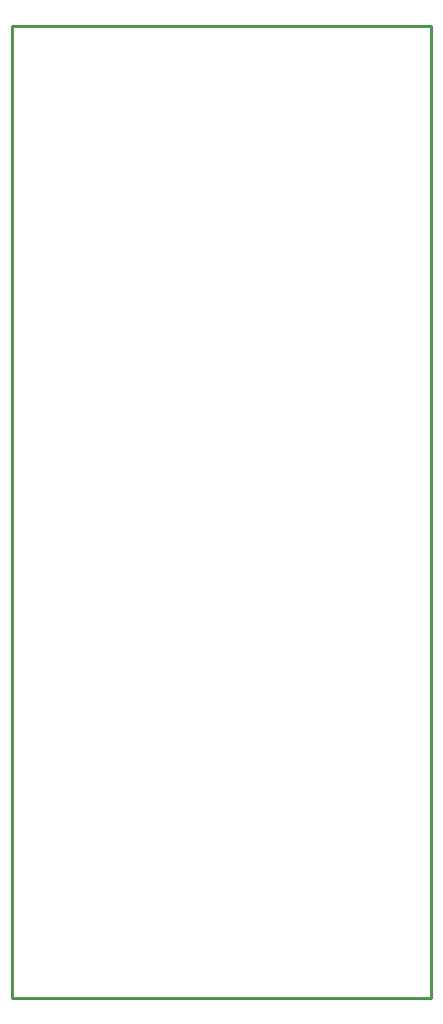
<source format=gko>
G04 Layer_Color=16711935*
%FSLAX23Y23*%
%MOIN*%
G70*
G01*
G75*
%ADD30C,0.010*%
D30*
X0Y0D02*
X1402D01*
Y3250D01*
X0D02*
X1402D01*
X0Y0D02*
Y3250D01*
M02*

</source>
